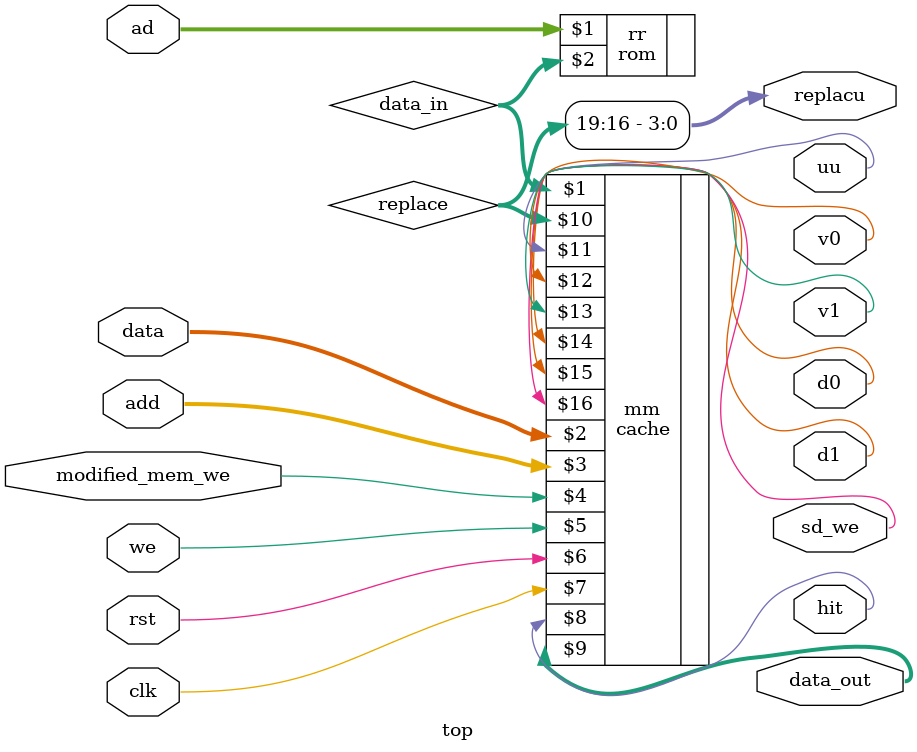
<source format=v>
`timescale 1ns / 1ps
module top(
input [15:0] data,
input [15:0] add,
input [1:0] ad,
input modified_mem_we,
	input we,
	input rst,
	input clk,
    output hit,
    output [15:0] data_out,
	output [3:0] replacu,
	output uu,
	output v0,
	output v1,
	output d0,
	output d1,
	output sd_we
    );
	
wire [63:0] data_in;
wire [63:0]replace;
cache     mm(data_in,data,add,modified_mem_we,we,rst,clk,hit,data_out,replace,uu,v0,v1,d0,d1,sd_we);
rom       rr(ad,data_in);
assign replacu=replace[19:16];
endmodule
</source>
